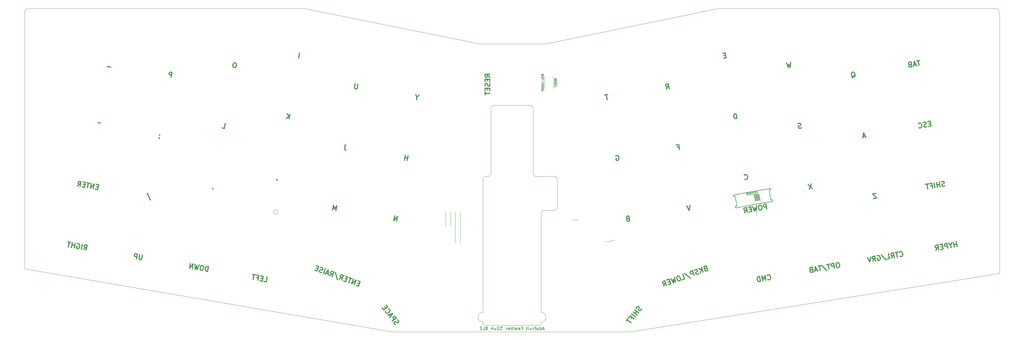
<source format=gbr>
%TF.GenerationSoftware,KiCad,Pcbnew,(5.0.1-3-g963ef8bb5)*%
%TF.CreationDate,2018-12-29T10:02:51-08:00*%
%TF.ProjectId,Laptreus-v1,4C617074726575732D76312E6B696361,rev?*%
%TF.SameCoordinates,Original*%
%TF.FileFunction,Legend,Bot*%
%TF.FilePolarity,Positive*%
%FSLAX46Y46*%
G04 Gerber Fmt 4.6, Leading zero omitted, Abs format (unit mm)*
G04 Created by KiCad (PCBNEW (5.0.1-3-g963ef8bb5)) date Saturday, December 29, 2018 at 10:02:51 AM*
%MOMM*%
%LPD*%
G01*
G04 APERTURE LIST*
%ADD10C,0.150000*%
%ADD11C,0.200000*%
%ADD12C,0.100000*%
%ADD13C,0.300000*%
%ADD14C,0.120000*%
%ADD15C,0.127000*%
%ADD16C,0.304800*%
G04 APERTURE END LIST*
D10*
X245541489Y-75598687D02*
X245255775Y-75398687D01*
X245541489Y-75255830D02*
X244941489Y-75255830D01*
X244941489Y-75484401D01*
X244970061Y-75541544D01*
X244998632Y-75570116D01*
X245055775Y-75598687D01*
X245141489Y-75598687D01*
X245198632Y-75570116D01*
X245227203Y-75541544D01*
X245255775Y-75484401D01*
X245255775Y-75255830D01*
X245227203Y-75855830D02*
X245227203Y-76055830D01*
X245541489Y-76141544D02*
X245541489Y-75855830D01*
X244941489Y-75855830D01*
X244941489Y-76141544D01*
X245512918Y-76370116D02*
X245541489Y-76455830D01*
X245541489Y-76598687D01*
X245512918Y-76655830D01*
X245484346Y-76684401D01*
X245427203Y-76712973D01*
X245370061Y-76712973D01*
X245312918Y-76684401D01*
X245284346Y-76655830D01*
X245255775Y-76598687D01*
X245227203Y-76484401D01*
X245198632Y-76427258D01*
X245170061Y-76398687D01*
X245112918Y-76370116D01*
X245055775Y-76370116D01*
X244998632Y-76398687D01*
X244970061Y-76427258D01*
X244941489Y-76484401D01*
X244941489Y-76627258D01*
X244970061Y-76712973D01*
X245227203Y-76970116D02*
X245227203Y-77170116D01*
X245541489Y-77255830D02*
X245541489Y-76970116D01*
X244941489Y-76970116D01*
X244941489Y-77255830D01*
X244941489Y-77427258D02*
X244941489Y-77770116D01*
X245541489Y-77598687D02*
X244941489Y-77598687D01*
X241227203Y-74098687D02*
X241255775Y-74184401D01*
X241284346Y-74212973D01*
X241341489Y-74241544D01*
X241427203Y-74241544D01*
X241484346Y-74212973D01*
X241512918Y-74184401D01*
X241541489Y-74127258D01*
X241541489Y-73898687D01*
X240941489Y-73898687D01*
X240941489Y-74098687D01*
X240970061Y-74155830D01*
X240998632Y-74184401D01*
X241055775Y-74212973D01*
X241112918Y-74212973D01*
X241170061Y-74184401D01*
X241198632Y-74155830D01*
X241227203Y-74098687D01*
X241227203Y-73898687D01*
X240941489Y-74441544D02*
X240941489Y-74812973D01*
X241170061Y-74612973D01*
X241170061Y-74698687D01*
X241198632Y-74755830D01*
X241227203Y-74784401D01*
X241284346Y-74812973D01*
X241427203Y-74812973D01*
X241484346Y-74784401D01*
X241512918Y-74755830D01*
X241541489Y-74698687D01*
X241541489Y-74527258D01*
X241512918Y-74470116D01*
X241484346Y-74441544D01*
X240941489Y-75070116D02*
X241427203Y-75070116D01*
X241484346Y-75098687D01*
X241512918Y-75127258D01*
X241541489Y-75184401D01*
X241541489Y-75298687D01*
X241512918Y-75355830D01*
X241484346Y-75384401D01*
X241427203Y-75412973D01*
X240941489Y-75412973D01*
X241312918Y-75698687D02*
X241312918Y-76155830D01*
X241541489Y-76755830D02*
X241541489Y-76412973D01*
X241541489Y-76584401D02*
X240941489Y-76584401D01*
X241027203Y-76527258D01*
X241084346Y-76470116D01*
X241112918Y-76412973D01*
X240941489Y-77127258D02*
X240941489Y-77184401D01*
X240970061Y-77241544D01*
X240998632Y-77270116D01*
X241055775Y-77298687D01*
X241170061Y-77327258D01*
X241312918Y-77327258D01*
X241427203Y-77298687D01*
X241484346Y-77270116D01*
X241512918Y-77241544D01*
X241541489Y-77184401D01*
X241541489Y-77127258D01*
X241512918Y-77070116D01*
X241484346Y-77041544D01*
X241427203Y-77012973D01*
X241312918Y-76984401D01*
X241170061Y-76984401D01*
X241055775Y-77012973D01*
X240998632Y-77041544D01*
X240970061Y-77070116D01*
X240941489Y-77127258D01*
X240941489Y-77698687D02*
X240941489Y-77755830D01*
X240970061Y-77812973D01*
X240998632Y-77841544D01*
X241055775Y-77870116D01*
X241170061Y-77898687D01*
X241312918Y-77898687D01*
X241427203Y-77870116D01*
X241484346Y-77841544D01*
X241512918Y-77812973D01*
X241541489Y-77755830D01*
X241541489Y-77698687D01*
X241512918Y-77641544D01*
X241484346Y-77612973D01*
X241427203Y-77584401D01*
X241312918Y-77555830D01*
X241170061Y-77555830D01*
X241055775Y-77584401D01*
X240998632Y-77612973D01*
X240970061Y-77641544D01*
X240941489Y-77698687D01*
X240941489Y-78270116D02*
X240941489Y-78327258D01*
X240970061Y-78384401D01*
X240998632Y-78412973D01*
X241055775Y-78441544D01*
X241170061Y-78470116D01*
X241312918Y-78470116D01*
X241427203Y-78441544D01*
X241484346Y-78412973D01*
X241512918Y-78384401D01*
X241541489Y-78327258D01*
X241541489Y-78270116D01*
X241512918Y-78212973D01*
X241484346Y-78184401D01*
X241427203Y-78155830D01*
X241312918Y-78127258D01*
X241170061Y-78127258D01*
X241055775Y-78155830D01*
X240998632Y-78184401D01*
X240970061Y-78212973D01*
X240941489Y-78270116D01*
X241541489Y-78727258D02*
X240941489Y-78727258D01*
X240941489Y-78955830D01*
X240970061Y-79012973D01*
X240998632Y-79041544D01*
X241055775Y-79070116D01*
X241141489Y-79070116D01*
X241198632Y-79041544D01*
X241227203Y-79012973D01*
X241255775Y-78955830D01*
X241255775Y-78727258D01*
X307399783Y-110355034D02*
X307202822Y-110389763D01*
X307172985Y-110714159D02*
X307454359Y-110664545D01*
X307350170Y-110073660D01*
X307068796Y-110123274D01*
X306511010Y-110250639D02*
X306562324Y-110212579D01*
X306646736Y-110197695D01*
X306736109Y-110210948D01*
X306802307Y-110257300D01*
X306840367Y-110308613D01*
X306888350Y-110416201D01*
X306903234Y-110500613D01*
X306894942Y-110618124D01*
X306876727Y-110679360D01*
X306830375Y-110745558D01*
X306750925Y-110788579D01*
X306694650Y-110798502D01*
X306605276Y-110785249D01*
X306572178Y-110762073D01*
X306537448Y-110565111D01*
X306649997Y-110545266D01*
X306019353Y-110917575D02*
X306357001Y-110858038D01*
X306188177Y-110887807D02*
X306083988Y-110296922D01*
X306155147Y-110371411D01*
X306221345Y-110417763D01*
X306282581Y-110435978D01*
X305699988Y-110422656D02*
X305666889Y-110399480D01*
X305605653Y-110381265D01*
X305464966Y-110406072D01*
X305413653Y-110444132D01*
X305390477Y-110477231D01*
X305372262Y-110538467D01*
X305382185Y-110594742D01*
X305425207Y-110674193D01*
X305822391Y-110952305D01*
X305456606Y-111016802D01*
X304893858Y-111116030D02*
X305231507Y-111056493D01*
X305062683Y-111086262D02*
X304958494Y-110495377D01*
X305029653Y-110569866D01*
X305095850Y-110616218D01*
X305157086Y-110634433D01*
X304496674Y-110837918D02*
X304547987Y-110799858D01*
X304571163Y-110766759D01*
X304589378Y-110705523D01*
X304584416Y-110677386D01*
X304546356Y-110626072D01*
X304513257Y-110602896D01*
X304452021Y-110584682D01*
X304339472Y-110604527D01*
X304288158Y-110642588D01*
X304264982Y-110675686D01*
X304246768Y-110736922D01*
X304251729Y-110765060D01*
X304289789Y-110816373D01*
X304322888Y-110839549D01*
X304384124Y-110857764D01*
X304496674Y-110837918D01*
X304557910Y-110856133D01*
X304591008Y-110879309D01*
X304629069Y-110930622D01*
X304648914Y-111043172D01*
X304630699Y-111104408D01*
X304607523Y-111137506D01*
X304556210Y-111175567D01*
X304443661Y-111195412D01*
X304382425Y-111177197D01*
X304349326Y-111154021D01*
X304311266Y-111102708D01*
X304291420Y-110990159D01*
X304309635Y-110928923D01*
X304332811Y-110895824D01*
X304384124Y-110857764D01*
D11*
X241651013Y-152636782D02*
X241174822Y-152636782D01*
X241746251Y-152922496D02*
X241412918Y-151922496D01*
X241079584Y-152922496D01*
X240317680Y-152922496D02*
X240317680Y-151922496D01*
X240317680Y-152874877D02*
X240412918Y-152922496D01*
X240603394Y-152922496D01*
X240698632Y-152874877D01*
X240746251Y-152827258D01*
X240793870Y-152732020D01*
X240793870Y-152446306D01*
X240746251Y-152351068D01*
X240698632Y-152303449D01*
X240603394Y-152255830D01*
X240412918Y-152255830D01*
X240317680Y-152303449D01*
X239412918Y-152922496D02*
X239412918Y-152398687D01*
X239460537Y-152303449D01*
X239555775Y-152255830D01*
X239746251Y-152255830D01*
X239841489Y-152303449D01*
X239412918Y-152874877D02*
X239508156Y-152922496D01*
X239746251Y-152922496D01*
X239841489Y-152874877D01*
X239889108Y-152779639D01*
X239889108Y-152684401D01*
X239841489Y-152589163D01*
X239746251Y-152541544D01*
X239508156Y-152541544D01*
X239412918Y-152493925D01*
X239079584Y-152255830D02*
X238698632Y-152255830D01*
X238936727Y-152922496D02*
X238936727Y-152065354D01*
X238889108Y-151970116D01*
X238793870Y-151922496D01*
X238698632Y-151922496D01*
X238365299Y-152922496D02*
X238365299Y-152255830D01*
X238365299Y-152446306D02*
X238317680Y-152351068D01*
X238270061Y-152303449D01*
X238174822Y-152255830D01*
X238079584Y-152255830D01*
X237317680Y-152255830D02*
X237317680Y-152922496D01*
X237746251Y-152255830D02*
X237746251Y-152779639D01*
X237698632Y-152874877D01*
X237603394Y-152922496D01*
X237460537Y-152922496D01*
X237365299Y-152874877D01*
X237317680Y-152827258D01*
X236841489Y-152922496D02*
X236841489Y-152255830D01*
X236841489Y-151922496D02*
X236889108Y-151970116D01*
X236841489Y-152017735D01*
X236793870Y-151970116D01*
X236841489Y-151922496D01*
X236841489Y-152017735D01*
X236508156Y-152255830D02*
X236127203Y-152255830D01*
X236365299Y-151922496D02*
X236365299Y-152779639D01*
X236317680Y-152874877D01*
X236222441Y-152922496D01*
X236127203Y-152922496D01*
X234698632Y-152398687D02*
X235031965Y-152398687D01*
X235031965Y-152922496D02*
X235031965Y-151922496D01*
X234555775Y-151922496D01*
X233793870Y-152874877D02*
X233889108Y-152922496D01*
X234079584Y-152922496D01*
X234174822Y-152874877D01*
X234222441Y-152779639D01*
X234222441Y-152398687D01*
X234174822Y-152303449D01*
X234079584Y-152255830D01*
X233889108Y-152255830D01*
X233793870Y-152303449D01*
X233746251Y-152398687D01*
X233746251Y-152493925D01*
X234222441Y-152589163D01*
X232889108Y-152922496D02*
X232889108Y-152398687D01*
X232936727Y-152303449D01*
X233031965Y-152255830D01*
X233222441Y-152255830D01*
X233317680Y-152303449D01*
X232889108Y-152874877D02*
X232984346Y-152922496D01*
X233222441Y-152922496D01*
X233317680Y-152874877D01*
X233365299Y-152779639D01*
X233365299Y-152684401D01*
X233317680Y-152589163D01*
X233222441Y-152541544D01*
X232984346Y-152541544D01*
X232889108Y-152493925D01*
X232555775Y-152255830D02*
X232174822Y-152255830D01*
X232412918Y-151922496D02*
X232412918Y-152779639D01*
X232365299Y-152874877D01*
X232270061Y-152922496D01*
X232174822Y-152922496D01*
X231841489Y-152922496D02*
X231841489Y-151922496D01*
X231412918Y-152922496D02*
X231412918Y-152398687D01*
X231460537Y-152303449D01*
X231555775Y-152255830D01*
X231698632Y-152255830D01*
X231793870Y-152303449D01*
X231841489Y-152351068D01*
X230555775Y-152874877D02*
X230651013Y-152922496D01*
X230841489Y-152922496D01*
X230936727Y-152874877D01*
X230984346Y-152779639D01*
X230984346Y-152398687D01*
X230936727Y-152303449D01*
X230841489Y-152255830D01*
X230651013Y-152255830D01*
X230555775Y-152303449D01*
X230508156Y-152398687D01*
X230508156Y-152493925D01*
X230984346Y-152589163D01*
X230079584Y-152922496D02*
X230079584Y-152255830D01*
X230079584Y-152446306D02*
X230031965Y-152351068D01*
X229984346Y-152303449D01*
X229889108Y-152255830D01*
X229793870Y-152255830D01*
X228793870Y-151922496D02*
X228174822Y-151922496D01*
X228508156Y-152303449D01*
X228365299Y-152303449D01*
X228270061Y-152351068D01*
X228222441Y-152398687D01*
X228174822Y-152493925D01*
X228174822Y-152732020D01*
X228222441Y-152827258D01*
X228270061Y-152874877D01*
X228365299Y-152922496D01*
X228651013Y-152922496D01*
X228746251Y-152874877D01*
X228793870Y-152827258D01*
X227793870Y-152017735D02*
X227746251Y-151970116D01*
X227651013Y-151922496D01*
X227412918Y-151922496D01*
X227317680Y-151970116D01*
X227270061Y-152017735D01*
X227222441Y-152112973D01*
X227222441Y-152208211D01*
X227270061Y-152351068D01*
X227841489Y-152922496D01*
X227222441Y-152922496D01*
X226365299Y-152255830D02*
X226365299Y-152922496D01*
X226793870Y-152255830D02*
X226793870Y-152779639D01*
X226746251Y-152874877D01*
X226651013Y-152922496D01*
X226508156Y-152922496D01*
X226412918Y-152874877D01*
X226365299Y-152827258D01*
X225460537Y-152255830D02*
X225460537Y-152922496D01*
X225698632Y-151874877D02*
X225936727Y-152589163D01*
X225317680Y-152589163D01*
X223841489Y-152398687D02*
X223698632Y-152446306D01*
X223651013Y-152493925D01*
X223603394Y-152589163D01*
X223603394Y-152732020D01*
X223651013Y-152827258D01*
X223698632Y-152874877D01*
X223793870Y-152922496D01*
X224174822Y-152922496D01*
X224174822Y-151922496D01*
X223841489Y-151922496D01*
X223746251Y-151970116D01*
X223698632Y-152017735D01*
X223651013Y-152112973D01*
X223651013Y-152208211D01*
X223698632Y-152303449D01*
X223746251Y-152351068D01*
X223841489Y-152398687D01*
X224174822Y-152398687D01*
X222698632Y-152922496D02*
X223174822Y-152922496D01*
X223174822Y-151922496D01*
X222365299Y-152398687D02*
X222031965Y-152398687D01*
X221889108Y-152922496D02*
X222365299Y-152922496D01*
X222365299Y-151922496D01*
X221889108Y-151922496D01*
D12*
X306917774Y-115459007D02*
X307265070Y-117428622D01*
X260486702Y-125676911D02*
X263441125Y-125155966D01*
X159477168Y-116470116D02*
G75*
G03X159477168Y-116470116I-707107J0D01*
G01*
X250270061Y-118970116D02*
X252270061Y-118970116D01*
X215770062Y-125970116D02*
X215770061Y-116470116D01*
X214270062Y-120970116D02*
X214270061Y-125970116D01*
X214270061Y-116470116D02*
X214270062Y-120970116D01*
X212770061Y-116470116D02*
X212770060Y-120970115D01*
X211270060Y-116470116D02*
X211270062Y-120970116D01*
X250270061Y-118970116D02*
X252270061Y-118970116D01*
D13*
X224948632Y-74791544D02*
X224234346Y-74291544D01*
X224948632Y-73934401D02*
X223448632Y-73934401D01*
X223448632Y-74505830D01*
X223520061Y-74648687D01*
X223591489Y-74720116D01*
X223734346Y-74791544D01*
X223948632Y-74791544D01*
X224091489Y-74720116D01*
X224162918Y-74648687D01*
X224234346Y-74505830D01*
X224234346Y-73934401D01*
X224162918Y-75434401D02*
X224162918Y-75934401D01*
X224948632Y-76148687D02*
X224948632Y-75434401D01*
X223448632Y-75434401D01*
X223448632Y-76148687D01*
X224877203Y-76720116D02*
X224948632Y-76934401D01*
X224948632Y-77291544D01*
X224877203Y-77434401D01*
X224805775Y-77505830D01*
X224662918Y-77577258D01*
X224520061Y-77577258D01*
X224377203Y-77505830D01*
X224305775Y-77434401D01*
X224234346Y-77291544D01*
X224162918Y-77005830D01*
X224091489Y-76862973D01*
X224020061Y-76791544D01*
X223877203Y-76720116D01*
X223734346Y-76720116D01*
X223591489Y-76791544D01*
X223520061Y-76862973D01*
X223448632Y-77005830D01*
X223448632Y-77362973D01*
X223520061Y-77577258D01*
X224162918Y-78220116D02*
X224162918Y-78720116D01*
X224948632Y-78934401D02*
X224948632Y-78220116D01*
X223448632Y-78220116D01*
X223448632Y-78934401D01*
X223448632Y-79362973D02*
X223448632Y-80220116D01*
X224948632Y-79791544D02*
X223448632Y-79791544D01*
X310447262Y-115525702D02*
X310186789Y-114048490D01*
X309624042Y-114147718D01*
X309495759Y-114242868D01*
X309437819Y-114325615D01*
X309392282Y-114478705D01*
X309429493Y-114689736D01*
X309524643Y-114818019D01*
X309607390Y-114875959D01*
X309760480Y-114921495D01*
X310323227Y-114822268D01*
X308428204Y-114358576D02*
X308146830Y-114408190D01*
X308018547Y-114503340D01*
X307902667Y-114668834D01*
X307881937Y-114962611D01*
X307968762Y-115455015D01*
X308088719Y-115723985D01*
X308254212Y-115839865D01*
X308407303Y-115885402D01*
X308688676Y-115835788D01*
X308816960Y-115740638D01*
X308932840Y-115575144D01*
X308953569Y-115281367D01*
X308866745Y-114788963D01*
X308746788Y-114519993D01*
X308581294Y-114404113D01*
X308428204Y-114358576D01*
X307302710Y-114557031D02*
X307211465Y-116096260D01*
X306744039Y-115090723D01*
X306648717Y-116195488D01*
X306036528Y-114780293D01*
X305597815Y-115582955D02*
X305105411Y-115669779D01*
X305030819Y-116480767D02*
X305734253Y-116356733D01*
X305473781Y-114879521D01*
X304770347Y-115003555D01*
X303553607Y-116741239D02*
X303921977Y-115950981D01*
X304397728Y-116592398D02*
X304137256Y-115115186D01*
X303574509Y-115214414D01*
X303446225Y-115309564D01*
X303388285Y-115392311D01*
X303342749Y-115545401D01*
X303379959Y-115756431D01*
X303475109Y-115884715D01*
X303557856Y-115942655D01*
X303710947Y-115988191D01*
X304273694Y-115888964D01*
D12*
X240770059Y-150470119D02*
X240770059Y-150970119D01*
X240770062Y-146970117D02*
X240770060Y-147470118D01*
X240770067Y-147470119D02*
G75*
G02X240770059Y-150470119I-4J-1500000D01*
G01*
X222770064Y-150470119D02*
X222770064Y-150970119D01*
X222770065Y-150470114D02*
G75*
G02X222770059Y-147470118I-3J1499998D01*
G01*
X237270063Y-83470115D02*
G75*
G02X238270062Y-84470118I-2J-1000001D01*
G01*
X225270061Y-84470119D02*
G75*
G02X226270062Y-83470116I1000002J1D01*
G01*
X226270062Y-83470116D02*
X237270063Y-83470117D01*
X268270063Y-153470119D02*
X382270062Y-135470116D01*
X194770063Y-153470117D02*
X239270063Y-153470116D01*
X240770060Y-150970118D02*
G75*
G02X240270061Y-151470119I-500000J-1D01*
G01*
X223270064Y-151470119D02*
G75*
G02X222770064Y-150970119I0J500000D01*
G01*
X245770062Y-114970120D02*
G75*
G02X244770061Y-115970119I-1000000J1D01*
G01*
X223270064Y-151470117D02*
X240270061Y-151470119D01*
X244770061Y-105470118D02*
G75*
G02X245770060Y-106470119I-1J-1000000D01*
G01*
X380770063Y-53470116D02*
G75*
G02X382270060Y-54970119I-3J-1500000D01*
G01*
X81270064Y-54970119D02*
G75*
G02X82770060Y-53470119I1499998J2D01*
G01*
X225270060Y-104470118D02*
G75*
G02X224270060Y-105470118I-1000000J0D01*
G01*
X223770061Y-105470118D02*
X224270060Y-105470118D01*
X222770064Y-106470119D02*
G75*
G02X223770061Y-105470118I999999J2D01*
G01*
X240770059Y-116970114D02*
G75*
G02X241770063Y-115970118I1000000J-4D01*
G01*
X225270063Y-104470118D02*
X225270059Y-84470117D01*
X239270063Y-105470116D02*
G75*
G02X238270061Y-104470118I-2J1000000D01*
G01*
X238270061Y-104470118D02*
X238270062Y-84470117D01*
X244770060Y-105470119D02*
X239270064Y-105470119D01*
X241770063Y-115970118D02*
X244770061Y-115970119D01*
X240770060Y-116970118D02*
X240770062Y-146970117D01*
X82770060Y-53470119D02*
X167270060Y-53470120D01*
X242270062Y-64470119D02*
X295770061Y-53470120D01*
X221770061Y-64470116D02*
X242270062Y-64470119D01*
X167270060Y-53470120D02*
X221770061Y-64470116D01*
X239270063Y-153470116D02*
X268270063Y-153470119D01*
X245770060Y-106470119D02*
X245770063Y-114970117D01*
X222770059Y-147470118D02*
X222770064Y-106470119D01*
X81270064Y-133970119D02*
X194770063Y-153470117D01*
X295770061Y-53470120D02*
X380770061Y-53470118D01*
X81270062Y-54970118D02*
X81270064Y-133970119D01*
X382270060Y-54970119D02*
X382270062Y-135470116D01*
D14*
%TO.C,SW_RESET1*%
X241870061Y-78120116D02*
X242170061Y-78120116D01*
X241870061Y-74820116D02*
X241870061Y-78120116D01*
X242170061Y-74820116D02*
X241870061Y-74820116D01*
X244670061Y-78120116D02*
X244370061Y-78120116D01*
X244670061Y-74820116D02*
X244670061Y-78120116D01*
X244370061Y-74820116D02*
X244670061Y-74820116D01*
D15*
%TO.C,SW_POW_EN1*%
X306492273Y-111090877D02*
X306845126Y-113092006D01*
X307095267Y-113047900D02*
X306742414Y-111046770D01*
X306992555Y-111002664D02*
X307345408Y-113003793D01*
X307595549Y-112959686D02*
X307242696Y-110958557D01*
X307492836Y-110914451D02*
X307845691Y-112915580D01*
X308095832Y-112871473D02*
X307742979Y-110870344D01*
X307993120Y-110826237D02*
X308345973Y-112827367D01*
X311657024Y-109664355D02*
X311568811Y-109164073D01*
X311156742Y-109752569D02*
X311657024Y-109664355D01*
X311686021Y-112754263D02*
X311156742Y-109752569D01*
X312186304Y-112666049D02*
X311686021Y-112754263D01*
X312274517Y-113166332D02*
X312186304Y-112666049D01*
X306771411Y-114136678D02*
X312274517Y-113166332D01*
X306477163Y-113930643D02*
X306771411Y-114136678D01*
X306271129Y-114224891D02*
X306477163Y-113930643D01*
X300768023Y-115195237D02*
X306271129Y-114224891D01*
X300679810Y-114694955D02*
X300768023Y-115195237D01*
X301180092Y-114606741D02*
X300679810Y-114694955D01*
X300650813Y-111605047D02*
X301180092Y-114606741D01*
X300150530Y-111693261D02*
X300650813Y-111605047D01*
X300062317Y-111192978D02*
X300150530Y-111693261D01*
X305565423Y-110222632D02*
X300062317Y-111192978D01*
X305859671Y-110428667D02*
X305565423Y-110222632D01*
X306065705Y-110134419D02*
X305859671Y-110428667D01*
X311568811Y-109164073D02*
X306065705Y-110134419D01*
%TD*%
%TO.C,SW26*%
D16*
X263776228Y-99139208D02*
X263906564Y-99042536D01*
X264120970Y-99004730D01*
X264347979Y-99038393D01*
X264516120Y-99156127D01*
X264612793Y-99286463D01*
X264734670Y-99559737D01*
X264772475Y-99774144D01*
X264751414Y-100072621D01*
X264705149Y-100228161D01*
X264587415Y-100396302D01*
X264385610Y-100505577D01*
X264242672Y-100530781D01*
X264015664Y-100497118D01*
X263931593Y-100438251D01*
X263843380Y-99937968D01*
X264129255Y-99887561D01*
%TO.C,SW21*%
X202413103Y-81044082D02*
X202287084Y-81758771D01*
X203052007Y-80346137D02*
X202413103Y-81044082D01*
X202051442Y-80169711D01*
%TO.C,SW24*%
X195781541Y-151317007D02*
X195591430Y-151188461D01*
X195370537Y-150900587D01*
X195339754Y-150741259D01*
X195353150Y-150639506D01*
X195424121Y-150493574D01*
X195539271Y-150405216D01*
X195698599Y-150374434D01*
X195800352Y-150387830D01*
X195946285Y-150458801D01*
X196180574Y-150644921D01*
X196326506Y-150715892D01*
X196428260Y-150729288D01*
X196587588Y-150698505D01*
X196702738Y-150610148D01*
X196773709Y-150464216D01*
X196787105Y-150362462D01*
X196756322Y-150203134D01*
X196535429Y-149915260D01*
X196345318Y-149786715D01*
X194796214Y-150152115D02*
X196005284Y-149224363D01*
X195651855Y-148763765D01*
X195505923Y-148692794D01*
X195404169Y-148679398D01*
X195244841Y-148710180D01*
X195072117Y-148842716D01*
X195001146Y-148988648D01*
X194987750Y-149090402D01*
X195018532Y-149249730D01*
X195371962Y-149710328D01*
X194258089Y-148735547D02*
X193816302Y-148159800D01*
X194000998Y-149115769D02*
X194900817Y-147784993D01*
X193382496Y-148309722D01*
X192658250Y-147127444D02*
X192644854Y-147229197D01*
X192719816Y-147446100D01*
X192808173Y-147561250D01*
X192998284Y-147689796D01*
X193201791Y-147716588D01*
X193361119Y-147685805D01*
X193635597Y-147566665D01*
X193808321Y-147434129D01*
X193994442Y-147199840D01*
X194065413Y-147053907D01*
X194092205Y-146850401D01*
X194017243Y-146633498D01*
X193928886Y-146518348D01*
X193738775Y-146389802D01*
X193637022Y-146376406D01*
X192778815Y-146211663D02*
X192469564Y-145808639D01*
X191703706Y-146121880D02*
X192145493Y-146697628D01*
X193354563Y-145769876D01*
X192912776Y-145194128D01*
%TO.C,SW14*%
X162953655Y-87719145D02*
X163218295Y-86218298D01*
X162096029Y-87567922D02*
X162890472Y-86823712D01*
X162360668Y-86067075D02*
X163067073Y-87075924D01*
%TO.C,SW1*%
X107928025Y-71716064D02*
X106784522Y-71514434D01*
%TO.C,SW2*%
X104624002Y-88782458D02*
X104573594Y-89068333D01*
X104052251Y-88681643D02*
X104001843Y-88967518D01*
%TO.C,SW3*%
X104013004Y-108755511D02*
X103512721Y-108667297D01*
X103159694Y-109415650D02*
X103874383Y-109541669D01*
X104139023Y-108040822D01*
X103424334Y-107914803D01*
X102516474Y-109302233D02*
X102781113Y-107801386D01*
X101658847Y-109151010D01*
X101923487Y-107650163D01*
X101423204Y-107561950D02*
X100565577Y-107410727D01*
X100729751Y-108987185D02*
X100994391Y-107486338D01*
X99939276Y-108037203D02*
X99438994Y-107948989D01*
X99085966Y-108697342D02*
X99800655Y-108823361D01*
X100065295Y-107322513D01*
X99350606Y-107196495D01*
X97585119Y-108432702D02*
X98211420Y-107806226D01*
X98442746Y-108583924D02*
X98707386Y-107083077D01*
X98135635Y-106982262D01*
X97980095Y-107028527D01*
X97896024Y-107087394D01*
X97799351Y-107217730D01*
X97761546Y-107432137D01*
X97807811Y-107587677D01*
X97866678Y-107671748D01*
X97997014Y-107768420D01*
X98568765Y-107869235D01*
%TO.C,SW4*%
X99458616Y-128106924D02*
X100084917Y-127480448D01*
X100316243Y-128258147D02*
X100580883Y-126757300D01*
X100009131Y-126656485D01*
X99853592Y-126702750D01*
X99769521Y-126761617D01*
X99672848Y-126891953D01*
X99635042Y-127106360D01*
X99681308Y-127261899D01*
X99740175Y-127345970D01*
X99870510Y-127442643D01*
X100442262Y-127543458D01*
X98815396Y-127993507D02*
X99080036Y-126492660D01*
X97566587Y-126299489D02*
X97722126Y-126253224D01*
X97936533Y-126291030D01*
X98138338Y-126400304D01*
X98256072Y-126568446D01*
X98302337Y-126723986D01*
X98323398Y-127022463D01*
X98285593Y-127236870D01*
X98163716Y-127510144D01*
X98067043Y-127640480D01*
X97898902Y-127758214D01*
X97671893Y-127791877D01*
X97528955Y-127766673D01*
X97327151Y-127657398D01*
X97268284Y-127573328D01*
X97356497Y-127073045D01*
X97642372Y-127123453D01*
X96599860Y-127602848D02*
X96864499Y-126102001D01*
X96738480Y-126816690D02*
X95880854Y-126665468D01*
X95742233Y-127451626D02*
X96006873Y-125950779D01*
X95506590Y-125862565D02*
X94648963Y-125711343D01*
X94813137Y-127287801D02*
X95077777Y-125786954D01*
%TO.C,SW5*%
X126535145Y-74849618D02*
X126799785Y-73348771D01*
X126228034Y-73247955D01*
X126072494Y-73294220D01*
X125988424Y-73353087D01*
X125891751Y-73483423D01*
X125853945Y-73697830D01*
X125900210Y-73853370D01*
X125959077Y-73937441D01*
X126089413Y-74034113D01*
X126661164Y-74134928D01*
%TO.C,SW6*%
X122775205Y-93456823D02*
X122762604Y-93528292D01*
X122808869Y-93683832D01*
X122867736Y-93767903D01*
X122997897Y-92611798D02*
X122913826Y-92670665D01*
X122972693Y-92754736D01*
X123056764Y-92695869D01*
X122997897Y-92611798D01*
X122972693Y-92754736D01*
%TO.C,SW7*%
X119160090Y-110615747D02*
X120106279Y-112772242D01*
%TO.C,SW8*%
X117661947Y-129769151D02*
X117447715Y-130984123D01*
X117351042Y-131114459D01*
X117266972Y-131173326D01*
X117111432Y-131219591D01*
X116825556Y-131169183D01*
X116695220Y-131072511D01*
X116636353Y-130988440D01*
X116590088Y-130832900D01*
X116804320Y-129617929D01*
X115824992Y-130992757D02*
X116089631Y-129491910D01*
X115517880Y-129391094D01*
X115362340Y-129437360D01*
X115278270Y-129496227D01*
X115181597Y-129626563D01*
X115143791Y-129840969D01*
X115190056Y-129996509D01*
X115248923Y-130080580D01*
X115379259Y-130177252D01*
X115951010Y-130278068D01*
%TO.C,SW9*%
X146412900Y-70359137D02*
X146127024Y-70308729D01*
X145971485Y-70354994D01*
X145803343Y-70472728D01*
X145681467Y-70746002D01*
X145593253Y-71246284D01*
X145614315Y-71544762D01*
X145732049Y-71712904D01*
X145862385Y-71809576D01*
X146148260Y-71859984D01*
X146303800Y-71813719D01*
X146471942Y-71695985D01*
X146593818Y-71422711D01*
X146682031Y-70922429D01*
X146660970Y-70623951D01*
X146543236Y-70455810D01*
X146412900Y-70359137D01*
%TO.C,SW10*%
X142232780Y-90513452D02*
X142947469Y-90639471D01*
X143212108Y-89138624D01*
%TO.C,SW11*%
X139414528Y-109213014D02*
X139330457Y-109271881D01*
X139389324Y-109355952D01*
X139473395Y-109297085D01*
X139414528Y-109213014D01*
X139389324Y-109355952D01*
%TO.C,SW12*%
X137801682Y-134867845D02*
X138066322Y-133366998D01*
X137708978Y-133303989D01*
X137481969Y-133337652D01*
X137313827Y-133455386D01*
X137217155Y-133585722D01*
X137095278Y-133858995D01*
X137057472Y-134073402D01*
X137078534Y-134371880D01*
X137124799Y-134527419D01*
X137242533Y-134695561D01*
X137444338Y-134804836D01*
X137801682Y-134867845D01*
X136279599Y-133051951D02*
X135993724Y-133001543D01*
X135838184Y-133047808D01*
X135670043Y-133165542D01*
X135548166Y-133438816D01*
X135459953Y-133939098D01*
X135481014Y-134237576D01*
X135598748Y-134405717D01*
X135729084Y-134502390D01*
X136014960Y-134552798D01*
X136170499Y-134506532D01*
X136338641Y-134388798D01*
X136460517Y-134115525D01*
X136548731Y-133615242D01*
X136527669Y-133316765D01*
X136409935Y-133148623D01*
X136279599Y-133051951D01*
X135136097Y-132850320D02*
X134514113Y-134288158D01*
X134417265Y-133165717D01*
X133942361Y-134187343D01*
X133849657Y-132623486D01*
X133013266Y-134023518D02*
X133277905Y-132522671D01*
X132155639Y-133872295D01*
X132420279Y-132371448D01*
%TO.C,SW13*%
X165868570Y-68889239D02*
X166133210Y-67388392D01*
%TO.C,SW15*%
X159193715Y-106326346D02*
X159181114Y-106397815D01*
X159227379Y-106553355D01*
X159286246Y-106637426D01*
%TO.C,SW16*%
X155168636Y-137930102D02*
X155883325Y-138056121D01*
X156147964Y-136555274D01*
X154806974Y-137055731D02*
X154306692Y-136967518D01*
X153953664Y-137715870D02*
X154668353Y-137841889D01*
X154932993Y-136341042D01*
X154218304Y-136215023D01*
X152948783Y-136728081D02*
X153449065Y-136816295D01*
X153310444Y-137602453D02*
X153575084Y-136101606D01*
X152860395Y-135975587D01*
X152503050Y-135912577D02*
X151645423Y-135761355D01*
X151809597Y-137337813D02*
X152074237Y-135836966D01*
%TO.C,SW17*%
X184219944Y-77025536D02*
X184005712Y-78240508D01*
X183909039Y-78370844D01*
X183824968Y-78429711D01*
X183669428Y-78475976D01*
X183383553Y-78425568D01*
X183253217Y-78328896D01*
X183194350Y-78244825D01*
X183148085Y-78089285D01*
X183362317Y-76874314D01*
%TO.C,SW18*%
X180268740Y-95672705D02*
X180079711Y-96744739D01*
X180113374Y-96971748D01*
X180231108Y-97139889D01*
X180432913Y-97249164D01*
X180575851Y-97274368D01*
%TO.C,SW19*%
X177410785Y-116060159D02*
X177675425Y-114559312D01*
X176986114Y-115543133D01*
X176674860Y-114382886D01*
X176410220Y-115883733D01*
%TO.C,SW20*%
X184634048Y-138645328D02*
X184156684Y-138471582D01*
X183679070Y-139147262D02*
X184361018Y-139395471D01*
X184882257Y-137963380D01*
X184200309Y-137715171D01*
X183065316Y-138923874D02*
X183586555Y-137491783D01*
X182246978Y-138626024D01*
X182768217Y-137193932D01*
X182290853Y-137020186D02*
X181472515Y-136722335D01*
X181360446Y-138303352D02*
X181881684Y-136871260D01*
X180746943Y-137230537D02*
X180269579Y-137056791D01*
X179791964Y-137732471D02*
X180473913Y-137980680D01*
X180995151Y-136548589D01*
X180313203Y-136300380D01*
X178359873Y-137211233D02*
X179085446Y-136703031D01*
X179178211Y-137509083D02*
X179699450Y-136076992D01*
X179153891Y-135878425D01*
X178992680Y-135896978D01*
X178899665Y-135940352D01*
X178781828Y-136051921D01*
X178707365Y-136256505D01*
X178725918Y-136417716D01*
X178769292Y-136510731D01*
X178880861Y-136628568D01*
X179426420Y-136827135D01*
X177269256Y-135115245D02*
X177826599Y-137403282D01*
X175427495Y-136143935D02*
X176153068Y-135635732D01*
X176245833Y-136441785D02*
X176767072Y-135009694D01*
X176221513Y-134811127D01*
X176060302Y-134829680D01*
X175967287Y-134873054D01*
X175849450Y-134984622D01*
X175774987Y-135189207D01*
X175793540Y-135350417D01*
X175836914Y-135443433D01*
X175948483Y-135561270D01*
X176494042Y-135759837D01*
X175030862Y-135536198D02*
X174348913Y-135287989D01*
X175018326Y-135995009D02*
X175062201Y-134389171D01*
X174063598Y-135647517D01*
X173586234Y-135473770D02*
X174107473Y-134041679D01*
X172997302Y-135182188D02*
X172767896Y-135175920D01*
X172426922Y-135051815D01*
X172315353Y-134933979D01*
X172271979Y-134840963D01*
X172253426Y-134679752D01*
X172303068Y-134543363D01*
X172420905Y-134431794D01*
X172513920Y-134388420D01*
X172675131Y-134369867D01*
X172972731Y-134400956D01*
X173133942Y-134382403D01*
X173226958Y-134339029D01*
X173344794Y-134227460D01*
X173394436Y-134091070D01*
X173375883Y-133929860D01*
X173332509Y-133836844D01*
X173220940Y-133719007D01*
X172879966Y-133594903D01*
X172650561Y-133588635D01*
X171813419Y-133979001D02*
X171336055Y-133805254D01*
X170858441Y-134480935D02*
X171540389Y-134729144D01*
X172061628Y-133297052D01*
X171379680Y-133048843D01*
%TO.C,SW22*%
X199407903Y-100594965D02*
X199672543Y-99094118D01*
X199546524Y-99808808D02*
X198688897Y-99657585D01*
X198550276Y-100443743D02*
X198814916Y-98942896D01*
%TO.C,SW23*%
X196099900Y-119355551D02*
X196364540Y-117854704D01*
X195242273Y-119204329D01*
X195506913Y-117703482D01*
%TO.C,SW27*%
X267483523Y-118492604D02*
X267281718Y-118601879D01*
X267222851Y-118685949D01*
X267176586Y-118841489D01*
X267214392Y-119055896D01*
X267311065Y-119186232D01*
X267395136Y-119245099D01*
X267550675Y-119291364D01*
X268122426Y-119190549D01*
X267857787Y-117689702D01*
X267357504Y-117777915D01*
X267227168Y-117874588D01*
X267168301Y-117958658D01*
X267122036Y-118114198D01*
X267147240Y-118257136D01*
X267243913Y-118387472D01*
X267327984Y-118446339D01*
X267483523Y-118492604D01*
X267983806Y-118404391D01*
%TO.C,SW28*%
X271756991Y-146410998D02*
X271682030Y-146627901D01*
X271461136Y-146915775D01*
X271315204Y-146986746D01*
X271213451Y-147000142D01*
X271054122Y-146969359D01*
X270938973Y-146881002D01*
X270868002Y-146735070D01*
X270854606Y-146633316D01*
X270885388Y-146473988D01*
X271004528Y-146199510D01*
X271035311Y-146040182D01*
X271021915Y-145938428D01*
X270950944Y-145792496D01*
X270835794Y-145704139D01*
X270676466Y-145673356D01*
X270574713Y-145686752D01*
X270428780Y-145757723D01*
X270207887Y-146045597D01*
X270132926Y-146262500D01*
X270886813Y-147664247D02*
X269677743Y-146736494D01*
X270253491Y-147178281D02*
X269723346Y-147869179D01*
X270356669Y-148355144D02*
X269147599Y-147427392D01*
X269914882Y-148930892D02*
X268705812Y-148003140D01*
X268530522Y-149423698D02*
X268839773Y-149020674D01*
X269473095Y-149506640D02*
X268264025Y-148578888D01*
X267822238Y-149154635D01*
X267601345Y-149442509D02*
X267071200Y-150133407D01*
X268545343Y-150715711D02*
X267336272Y-149787958D01*
%TO.C,SW29*%
X279409393Y-78512595D02*
X279783656Y-77709693D01*
X280267019Y-78361373D02*
X280002380Y-76860526D01*
X279430628Y-76961341D01*
X279300293Y-77058014D01*
X279241426Y-77142084D01*
X279195160Y-77297624D01*
X279232966Y-77512031D01*
X279329639Y-77642367D01*
X279413710Y-77701234D01*
X279569249Y-77747499D01*
X280141001Y-77646684D01*
%TO.C,SW30*%
X282828904Y-96442914D02*
X283329186Y-96354701D01*
X283467807Y-97140859D02*
X283203167Y-95640012D01*
X282488478Y-95766030D01*
%TO.C,SW31*%
X286725572Y-114362797D02*
X286489930Y-115951857D01*
X285725007Y-114539223D01*
%TO.C,SW32*%
X291464148Y-133950051D02*
X291284384Y-134092709D01*
X291241011Y-134185725D01*
X291222457Y-134346935D01*
X291296920Y-134551520D01*
X291414757Y-134663088D01*
X291507772Y-134706462D01*
X291668983Y-134725015D01*
X292214542Y-134526448D01*
X291693303Y-133094357D01*
X291215939Y-133268103D01*
X291104370Y-133385940D01*
X291060996Y-133478955D01*
X291042443Y-133640166D01*
X291092085Y-133776556D01*
X291209922Y-133888124D01*
X291302938Y-133931498D01*
X291464148Y-133950051D01*
X291941512Y-133776305D01*
X290782450Y-135047687D02*
X290261211Y-133615595D01*
X289964112Y-135345538D02*
X290280015Y-134303812D01*
X289442873Y-133913446D02*
X290559062Y-134433933D01*
X289393733Y-135475910D02*
X289213969Y-135618567D01*
X288872995Y-135742672D01*
X288711784Y-135724119D01*
X288618768Y-135680745D01*
X288500932Y-135569176D01*
X288451290Y-135432786D01*
X288469843Y-135271576D01*
X288513217Y-135178560D01*
X288624786Y-135060724D01*
X288872744Y-134893245D01*
X288984313Y-134775409D01*
X289027687Y-134682393D01*
X289046240Y-134521182D01*
X288996598Y-134384793D01*
X288878762Y-134273224D01*
X288785746Y-134229850D01*
X288624535Y-134211297D01*
X288283561Y-134335401D01*
X288103798Y-134478059D01*
X287986462Y-136065343D02*
X287465223Y-134633252D01*
X286919665Y-134831819D01*
X286808096Y-134949656D01*
X286764722Y-135042671D01*
X286746169Y-135203882D01*
X286820631Y-135408466D01*
X286938468Y-135520035D01*
X287031484Y-135563409D01*
X287192694Y-135581962D01*
X287738253Y-135383395D01*
X284985388Y-135458609D02*
X286883059Y-136853094D01*
X284372136Y-137380851D02*
X285054084Y-137132642D01*
X284532845Y-135700550D01*
X283100754Y-136221789D02*
X282827974Y-136321072D01*
X282716406Y-136438909D01*
X282629658Y-136624941D01*
X282660746Y-136922541D01*
X282834493Y-137399905D01*
X283001971Y-137647863D01*
X283188002Y-137734611D01*
X283349213Y-137753164D01*
X283621992Y-137653880D01*
X283733561Y-137536044D01*
X283820309Y-137350012D01*
X283789220Y-137052412D01*
X283615474Y-136575048D01*
X283447996Y-136327090D01*
X283261964Y-136240342D01*
X283100754Y-136221789D01*
X282009636Y-136618923D02*
X282189901Y-138175119D01*
X281544808Y-137251480D01*
X281644342Y-138373686D01*
X280782129Y-137065699D01*
X280484779Y-137946215D02*
X280007416Y-138119961D01*
X280075861Y-138944567D02*
X280757809Y-138696358D01*
X280236571Y-137264266D01*
X279554622Y-137512475D01*
X278643769Y-139465805D02*
X278872924Y-138610111D01*
X279462107Y-139167955D02*
X278940869Y-137735863D01*
X278395310Y-137934430D01*
X278283741Y-138052267D01*
X278240367Y-138145283D01*
X278221814Y-138306493D01*
X278296277Y-138511078D01*
X278414114Y-138622647D01*
X278507129Y-138666021D01*
X278668340Y-138684574D01*
X279213898Y-138486006D01*
%TO.C,SW33*%
X297714851Y-68026289D02*
X297214568Y-68114502D01*
X297138783Y-68938466D02*
X297853472Y-68812447D01*
X297588832Y-67311600D01*
X296874143Y-67437619D01*
%TO.C,SW34*%
X301232939Y-87560429D02*
X300968300Y-86059582D01*
X300610955Y-86122591D01*
X300409150Y-86231866D01*
X300291416Y-86400007D01*
X300245151Y-86555547D01*
X300224090Y-86854025D01*
X300261896Y-87068431D01*
X300383772Y-87341705D01*
X300480445Y-87472041D01*
X300648586Y-87589775D01*
X300875595Y-87623438D01*
X301232939Y-87560429D01*
%TO.C,SW35*%
X303658100Y-106329305D02*
X303742171Y-106388172D01*
X303969179Y-106421835D01*
X304112117Y-106396631D01*
X304313922Y-106287356D01*
X304431656Y-106119215D01*
X304477921Y-105963675D01*
X304498982Y-105665198D01*
X304461177Y-105450791D01*
X304339300Y-105177517D01*
X304242627Y-105047181D01*
X304074486Y-104929447D01*
X303847477Y-104895784D01*
X303704539Y-104920988D01*
X303502735Y-105030262D01*
X303443868Y-105114333D01*
%TO.C,SW36*%
X310779489Y-137313405D02*
X310863560Y-137372272D01*
X311090569Y-137405935D01*
X311233506Y-137380731D01*
X311435311Y-137271457D01*
X311553045Y-137103315D01*
X311599310Y-136947775D01*
X311620372Y-136649298D01*
X311582566Y-136434891D01*
X311460690Y-136161618D01*
X311364017Y-136031282D01*
X311195875Y-135913548D01*
X310968867Y-135879884D01*
X310825929Y-135905088D01*
X310624124Y-136014363D01*
X310565257Y-136098434D01*
X310161473Y-137569760D02*
X309896833Y-136068913D01*
X309585579Y-137229160D01*
X308896268Y-136245339D01*
X309160908Y-137746186D01*
X308446219Y-137872205D02*
X308181579Y-136371358D01*
X307824235Y-136434368D01*
X307622430Y-136543642D01*
X307504696Y-136711784D01*
X307458431Y-136867324D01*
X307437369Y-137165801D01*
X307475175Y-137380208D01*
X307597052Y-137653482D01*
X307693724Y-137783818D01*
X307861866Y-137901552D01*
X308088875Y-137935215D01*
X308446219Y-137872205D01*
%TO.C,SW37*%
X317773695Y-70200420D02*
X317680990Y-71764277D01*
X317206086Y-70742651D01*
X317109239Y-71865092D01*
X316487255Y-70427254D01*
%TO.C,SW38*%
X321119325Y-90428194D02*
X320917520Y-90537468D01*
X320560176Y-90600478D01*
X320404636Y-90554213D01*
X320320565Y-90495346D01*
X320223892Y-90365010D01*
X320198689Y-90222072D01*
X320244954Y-90066532D01*
X320303821Y-89982462D01*
X320434157Y-89885789D01*
X320707430Y-89763912D01*
X320837766Y-89667240D01*
X320896633Y-89583169D01*
X320942899Y-89427629D01*
X320917695Y-89284691D01*
X320821022Y-89154355D01*
X320736951Y-89095488D01*
X320581412Y-89049223D01*
X320224067Y-89112233D01*
X320022262Y-89221507D01*
%TO.C,SW39*%
X324246751Y-107746801D02*
X323510826Y-109424074D01*
X323246186Y-107923227D02*
X324511391Y-109247648D01*
%TO.C,SW40*%
X332373797Y-132105621D02*
X332087921Y-132156029D01*
X331957586Y-132252701D01*
X331839852Y-132420843D01*
X331818790Y-132719321D01*
X331907004Y-133219603D01*
X332028880Y-133492877D01*
X332197022Y-133610611D01*
X332352561Y-133656876D01*
X332638437Y-133606468D01*
X332768773Y-133509796D01*
X332886507Y-133341654D01*
X332907568Y-133043176D01*
X332819355Y-132542894D01*
X332697478Y-132269620D01*
X332529337Y-132151886D01*
X332373797Y-132105621D01*
X331351997Y-133833302D02*
X331087357Y-132332455D01*
X330515606Y-132433271D01*
X330385270Y-132529943D01*
X330326403Y-132614014D01*
X330280138Y-132769554D01*
X330317943Y-132983960D01*
X330414616Y-133114296D01*
X330498687Y-133173163D01*
X330654226Y-133219428D01*
X331225978Y-133118613D01*
X329800917Y-132559289D02*
X328943290Y-132710512D01*
X329636743Y-134135748D02*
X329372103Y-132634901D01*
X327358372Y-132916285D02*
X328985063Y-134619111D01*
X327085098Y-133038162D02*
X326227471Y-133189384D01*
X326920924Y-134614620D02*
X326656285Y-133113773D01*
X325987686Y-134337029D02*
X325272997Y-134463048D01*
X326206235Y-134740639D02*
X325441313Y-133328005D01*
X325205671Y-134917065D01*
X324066485Y-134307334D02*
X323864680Y-134416609D01*
X323805813Y-134500679D01*
X323759548Y-134656219D01*
X323797354Y-134870626D01*
X323894027Y-135000962D01*
X323978097Y-135059829D01*
X324133637Y-135106094D01*
X324705388Y-135005279D01*
X324440749Y-133504432D01*
X323940466Y-133592645D01*
X323810130Y-133689318D01*
X323751263Y-133773388D01*
X323704998Y-133928928D01*
X323730202Y-134071866D01*
X323826875Y-134202202D01*
X323910946Y-134261069D01*
X324066485Y-134307334D01*
X324566768Y-134219121D01*
%TO.C,SW41*%
X336711819Y-75003970D02*
X336842155Y-74907297D01*
X336959889Y-74739156D01*
X337136490Y-74486943D01*
X337266826Y-74390271D01*
X337409764Y-74365067D01*
X337401304Y-74735013D02*
X337531640Y-74638341D01*
X337649374Y-74470199D01*
X337670436Y-74171721D01*
X337582222Y-73671439D01*
X337460346Y-73398165D01*
X337292204Y-73280431D01*
X337136665Y-73234166D01*
X336850789Y-73284574D01*
X336720453Y-73381247D01*
X336602719Y-73549388D01*
X336581658Y-73847866D01*
X336669871Y-74348148D01*
X336791747Y-74621422D01*
X336959889Y-74739156D01*
X337115429Y-74785421D01*
X337401304Y-74735013D01*
%TO.C,SW42*%
X340848100Y-93028982D02*
X340133411Y-93155001D01*
X341066649Y-93432592D02*
X340301727Y-92019958D01*
X340066084Y-93609018D01*
%TO.C,SW43*%
X344110003Y-110692334D02*
X343109438Y-110868760D01*
X344374643Y-112193181D01*
X343374078Y-112369607D01*
%TO.C,SW44*%
X351552491Y-130124029D02*
X351636562Y-130182896D01*
X351863571Y-130216559D01*
X352006509Y-130191355D01*
X352208313Y-130082081D01*
X352326047Y-129913939D01*
X352372313Y-129758399D01*
X352393374Y-129459922D01*
X352355568Y-129245515D01*
X352233692Y-128972241D01*
X352137019Y-128841905D01*
X351968877Y-128724171D01*
X351741869Y-128690508D01*
X351598931Y-128715712D01*
X351397126Y-128824986D01*
X351338259Y-128909057D01*
X350884242Y-128841731D02*
X350026615Y-128992954D01*
X350720068Y-130418189D02*
X350455429Y-128917342D01*
X348933346Y-130733237D02*
X349307609Y-129930334D01*
X349790973Y-130582014D02*
X349526333Y-129081167D01*
X348954581Y-129181982D01*
X348824246Y-129278655D01*
X348765379Y-129362726D01*
X348719113Y-129518265D01*
X348756919Y-129732672D01*
X348853592Y-129863008D01*
X348937663Y-129921875D01*
X349093202Y-129968140D01*
X349664954Y-129867325D01*
X347575436Y-130972673D02*
X348290126Y-130846654D01*
X348025486Y-129345807D01*
X345725879Y-129677598D02*
X347352570Y-131380425D01*
X344464642Y-130047370D02*
X344594978Y-129950698D01*
X344809385Y-129912892D01*
X345036394Y-129946555D01*
X345204535Y-130064289D01*
X345301208Y-130194625D01*
X345423084Y-130467899D01*
X345460890Y-130682306D01*
X345439829Y-130980783D01*
X345393564Y-131136323D01*
X345275830Y-131304464D01*
X345074025Y-131413739D01*
X344931087Y-131438943D01*
X344704078Y-131405280D01*
X344620008Y-131346413D01*
X344531794Y-130846130D01*
X344817670Y-130795723D01*
X343144364Y-131753990D02*
X343518628Y-130951088D01*
X344001991Y-131602767D02*
X343737351Y-130101920D01*
X343165600Y-130202736D01*
X343035264Y-130299408D01*
X342976397Y-130383479D01*
X342930132Y-130539019D01*
X342967938Y-130753426D01*
X343064611Y-130883761D01*
X343148681Y-130942628D01*
X343304221Y-130988894D01*
X343875972Y-130888078D01*
X342450911Y-130328755D02*
X342215269Y-131917815D01*
X341450346Y-130505181D01*
%TO.C,SW47*%
X369194783Y-127160599D02*
X368930143Y-125659752D01*
X369056162Y-126374441D02*
X368198535Y-126525664D01*
X368337156Y-127311822D02*
X368072516Y-125810975D01*
X367210572Y-126773559D02*
X367336591Y-127488248D01*
X367572234Y-125899188D02*
X367210572Y-126773559D01*
X366571669Y-126075614D01*
X366336026Y-127664675D02*
X366071387Y-126163828D01*
X365499635Y-126264643D01*
X365369300Y-126361316D01*
X365310433Y-126445386D01*
X365264167Y-126600926D01*
X365301973Y-126815333D01*
X365398646Y-126945669D01*
X365482717Y-127004536D01*
X365638256Y-127050801D01*
X366210008Y-126949986D01*
X364696559Y-127143157D02*
X364196276Y-127231370D01*
X364120490Y-128055333D02*
X364835179Y-127929314D01*
X364570540Y-126428467D01*
X363855851Y-126554486D01*
X362619643Y-128319973D02*
X362993907Y-127517071D01*
X363477270Y-128168751D02*
X363212630Y-126667904D01*
X362640879Y-126768719D01*
X362510543Y-126865391D01*
X362451676Y-126949462D01*
X362405411Y-127105002D01*
X362443217Y-127319409D01*
X362539890Y-127449745D01*
X362623960Y-127508612D01*
X362779500Y-127554877D01*
X363351251Y-127454061D01*
%TO.C,SW48*%
X365400670Y-108359608D02*
X365198865Y-108468883D01*
X364841521Y-108531892D01*
X364685981Y-108485627D01*
X364601910Y-108426760D01*
X364505237Y-108296424D01*
X364480034Y-108153486D01*
X364526299Y-107997947D01*
X364585166Y-107913876D01*
X364715502Y-107817203D01*
X364988775Y-107695327D01*
X365119111Y-107598654D01*
X365177978Y-107514583D01*
X365224243Y-107359044D01*
X365199040Y-107216106D01*
X365102367Y-107085770D01*
X365018296Y-107026903D01*
X364862756Y-106980638D01*
X364505412Y-107043647D01*
X364303607Y-107152922D01*
X363912425Y-108695717D02*
X363647785Y-107194870D01*
X363773804Y-107909559D02*
X362916177Y-108060782D01*
X363054798Y-108846940D02*
X362790158Y-107346093D01*
X362340109Y-108972959D02*
X362075469Y-107472112D01*
X360986517Y-108401033D02*
X361486799Y-108312820D01*
X361625420Y-109098978D02*
X361360780Y-107598131D01*
X360646091Y-107724150D01*
X360288746Y-107787159D02*
X359431120Y-107938382D01*
X360124573Y-109363617D02*
X359859933Y-107862770D01*
%TO.C,SW49*%
X360975052Y-89111607D02*
X360474770Y-89199820D01*
X360398984Y-90023784D02*
X361113673Y-89897765D01*
X360849033Y-88396918D01*
X360134344Y-88522937D01*
X359814631Y-90053130D02*
X359612826Y-90162405D01*
X359255482Y-90225414D01*
X359099942Y-90179149D01*
X359015871Y-90120282D01*
X358919198Y-89989946D01*
X358893995Y-89847008D01*
X358940260Y-89691468D01*
X358999127Y-89607398D01*
X359129463Y-89510725D01*
X359402736Y-89388848D01*
X359533072Y-89292176D01*
X359591939Y-89208105D01*
X359638204Y-89052565D01*
X359613001Y-88909627D01*
X359516328Y-88779292D01*
X359432257Y-88720425D01*
X359276717Y-88674159D01*
X358919373Y-88737169D01*
X358717568Y-88846443D01*
X357443555Y-90397524D02*
X357527626Y-90456391D01*
X357754635Y-90490054D01*
X357897572Y-90464850D01*
X358099377Y-90355575D01*
X358217111Y-90187434D01*
X358263376Y-90031894D01*
X358284438Y-89733417D01*
X358246632Y-89519010D01*
X358124755Y-89245736D01*
X358028083Y-89115400D01*
X357859941Y-88997666D01*
X357632933Y-88964003D01*
X357489995Y-88989207D01*
X357288190Y-89098481D01*
X357229323Y-89182552D01*
%TO.C,SW50*%
X357576777Y-69630027D02*
X356719150Y-69781249D01*
X357412603Y-71206485D02*
X357147963Y-69705638D01*
X356479365Y-70928894D02*
X355764676Y-71054913D01*
X356697914Y-71332504D02*
X355932992Y-69919870D01*
X355697349Y-71508931D01*
X354558164Y-70899199D02*
X354356359Y-71008474D01*
X354297492Y-71092545D01*
X354251227Y-71248084D01*
X354289033Y-71462491D01*
X354385705Y-71592827D01*
X354469776Y-71651694D01*
X354625316Y-71697959D01*
X355197067Y-71597144D01*
X354932427Y-70096297D01*
X354432145Y-70184510D01*
X354301809Y-70281183D01*
X354242942Y-70365254D01*
X354196677Y-70520793D01*
X354221881Y-70663731D01*
X354318553Y-70794067D01*
X354402624Y-70852934D01*
X354558164Y-70899199D01*
X355058446Y-70810986D01*
%TO.C,SW25*%
X261277528Y-80162221D02*
X260419901Y-80313443D01*
X261113355Y-81738679D02*
X260848715Y-80237832D01*
%TD*%
M02*

</source>
